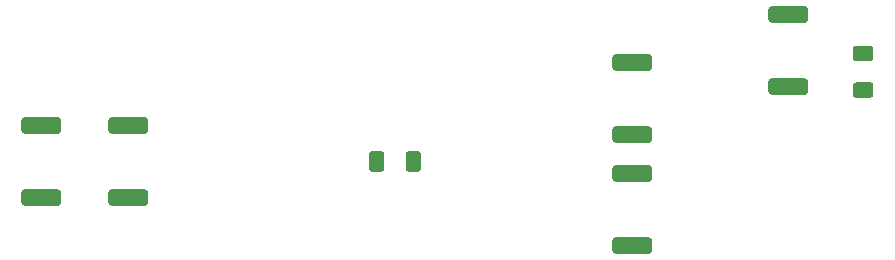
<source format=gbr>
%TF.GenerationSoftware,KiCad,Pcbnew,(5.1.10)-1*%
%TF.CreationDate,2021-11-20T18:22:11+01:00*%
%TF.ProjectId,MRAMP00_PowerSupply,4d52414d-5030-4305-9f50-6f7765725375,rev?*%
%TF.SameCoordinates,Original*%
%TF.FileFunction,Paste,Top*%
%TF.FilePolarity,Positive*%
%FSLAX46Y46*%
G04 Gerber Fmt 4.6, Leading zero omitted, Abs format (unit mm)*
G04 Created by KiCad (PCBNEW (5.1.10)-1) date 2021-11-20 18:22:11*
%MOMM*%
%LPD*%
G01*
G04 APERTURE LIST*
G04 APERTURE END LIST*
%TO.C,R26*%
G36*
G01*
X-551943001Y8368000D02*
X-549092999Y8368000D01*
G75*
G02*
X-548843000Y8118001I0J-249999D01*
G01*
X-548843000Y7217999D01*
G75*
G02*
X-549092999Y6968000I-249999J0D01*
G01*
X-551943001Y6968000D01*
G75*
G02*
X-552193000Y7217999I0J249999D01*
G01*
X-552193000Y8118001D01*
G75*
G02*
X-551943001Y8368000I249999J0D01*
G01*
G37*
G36*
G01*
X-551943001Y14468000D02*
X-549092999Y14468000D01*
G75*
G02*
X-548843000Y14218001I0J-249999D01*
G01*
X-548843000Y13317999D01*
G75*
G02*
X-549092999Y13068000I-249999J0D01*
G01*
X-551943001Y13068000D01*
G75*
G02*
X-552193000Y13317999I0J249999D01*
G01*
X-552193000Y14218001D01*
G75*
G02*
X-551943001Y14468000I249999J0D01*
G01*
G37*
%TD*%
%TO.C,R20*%
G36*
G01*
X-601981001Y12432000D02*
X-599130999Y12432000D01*
G75*
G02*
X-598881000Y12182001I0J-249999D01*
G01*
X-598881000Y11281999D01*
G75*
G02*
X-599130999Y11032000I-249999J0D01*
G01*
X-601981001Y11032000D01*
G75*
G02*
X-602231000Y11281999I0J249999D01*
G01*
X-602231000Y12182001D01*
G75*
G02*
X-601981001Y12432000I249999J0D01*
G01*
G37*
G36*
G01*
X-601981001Y18532000D02*
X-599130999Y18532000D01*
G75*
G02*
X-598881000Y18282001I0J-249999D01*
G01*
X-598881000Y17381999D01*
G75*
G02*
X-599130999Y17132000I-249999J0D01*
G01*
X-601981001Y17132000D01*
G75*
G02*
X-602231000Y17381999I0J249999D01*
G01*
X-602231000Y18282001D01*
G75*
G02*
X-601981001Y18532000I249999J0D01*
G01*
G37*
%TD*%
%TO.C,R17*%
G36*
G01*
X-549092999Y22466000D02*
X-551943001Y22466000D01*
G75*
G02*
X-552193000Y22715999I0J249999D01*
G01*
X-552193000Y23616001D01*
G75*
G02*
X-551943001Y23866000I249999J0D01*
G01*
X-549092999Y23866000D01*
G75*
G02*
X-548843000Y23616001I0J-249999D01*
G01*
X-548843000Y22715999D01*
G75*
G02*
X-549092999Y22466000I-249999J0D01*
G01*
G37*
G36*
G01*
X-549092999Y16366000D02*
X-551943001Y16366000D01*
G75*
G02*
X-552193000Y16615999I0J249999D01*
G01*
X-552193000Y17516001D01*
G75*
G02*
X-551943001Y17766000I249999J0D01*
G01*
X-549092999Y17766000D01*
G75*
G02*
X-548843000Y17516001I0J-249999D01*
G01*
X-548843000Y16615999D01*
G75*
G02*
X-549092999Y16366000I-249999J0D01*
G01*
G37*
%TD*%
%TO.C,R15*%
G36*
G01*
X-591764999Y17132000D02*
X-594615001Y17132000D01*
G75*
G02*
X-594865000Y17381999I0J249999D01*
G01*
X-594865000Y18282001D01*
G75*
G02*
X-594615001Y18532000I249999J0D01*
G01*
X-591764999Y18532000D01*
G75*
G02*
X-591515000Y18282001I0J-249999D01*
G01*
X-591515000Y17381999D01*
G75*
G02*
X-591764999Y17132000I-249999J0D01*
G01*
G37*
G36*
G01*
X-591764999Y11032000D02*
X-594615001Y11032000D01*
G75*
G02*
X-594865000Y11281999I0J249999D01*
G01*
X-594865000Y12182001D01*
G75*
G02*
X-594615001Y12432000I249999J0D01*
G01*
X-591764999Y12432000D01*
G75*
G02*
X-591515000Y12182001I0J-249999D01*
G01*
X-591515000Y11281999D01*
G75*
G02*
X-591764999Y11032000I-249999J0D01*
G01*
G37*
%TD*%
%TO.C,R14*%
G36*
G01*
X-530334999Y23276000D02*
X-531585001Y23276000D01*
G75*
G02*
X-531835000Y23525999I0J249999D01*
G01*
X-531835000Y24326001D01*
G75*
G02*
X-531585001Y24576000I249999J0D01*
G01*
X-530334999Y24576000D01*
G75*
G02*
X-530085000Y24326001I0J-249999D01*
G01*
X-530085000Y23525999D01*
G75*
G02*
X-530334999Y23276000I-249999J0D01*
G01*
G37*
G36*
G01*
X-530334999Y20176000D02*
X-531585001Y20176000D01*
G75*
G02*
X-531835000Y20425999I0J249999D01*
G01*
X-531835000Y21226001D01*
G75*
G02*
X-531585001Y21476000I249999J0D01*
G01*
X-530334999Y21476000D01*
G75*
G02*
X-530085000Y21226001I0J-249999D01*
G01*
X-530085000Y20425999D01*
G75*
G02*
X-530334999Y20176000I-249999J0D01*
G01*
G37*
%TD*%
%TO.C,R13*%
G36*
G01*
X-571484000Y15407001D02*
X-571484000Y14156999D01*
G75*
G02*
X-571733999Y13907000I-249999J0D01*
G01*
X-572534001Y13907000D01*
G75*
G02*
X-572784000Y14156999I0J249999D01*
G01*
X-572784000Y15407001D01*
G75*
G02*
X-572534001Y15657000I249999J0D01*
G01*
X-571733999Y15657000D01*
G75*
G02*
X-571484000Y15407001I0J-249999D01*
G01*
G37*
G36*
G01*
X-568384000Y15407001D02*
X-568384000Y14156999D01*
G75*
G02*
X-568633999Y13907000I-249999J0D01*
G01*
X-569434001Y13907000D01*
G75*
G02*
X-569684000Y14156999I0J249999D01*
G01*
X-569684000Y15407001D01*
G75*
G02*
X-569434001Y15657000I249999J0D01*
G01*
X-568633999Y15657000D01*
G75*
G02*
X-568384000Y15407001I0J-249999D01*
G01*
G37*
%TD*%
%TO.C,R12*%
G36*
G01*
X-538735001Y21830000D02*
X-535884999Y21830000D01*
G75*
G02*
X-535635000Y21580001I0J-249999D01*
G01*
X-535635000Y20679999D01*
G75*
G02*
X-535884999Y20430000I-249999J0D01*
G01*
X-538735001Y20430000D01*
G75*
G02*
X-538985000Y20679999I0J249999D01*
G01*
X-538985000Y21580001D01*
G75*
G02*
X-538735001Y21830000I249999J0D01*
G01*
G37*
G36*
G01*
X-538735001Y27930000D02*
X-535884999Y27930000D01*
G75*
G02*
X-535635000Y27680001I0J-249999D01*
G01*
X-535635000Y26779999D01*
G75*
G02*
X-535884999Y26530000I-249999J0D01*
G01*
X-538735001Y26530000D01*
G75*
G02*
X-538985000Y26779999I0J249999D01*
G01*
X-538985000Y27680001D01*
G75*
G02*
X-538735001Y27930000I249999J0D01*
G01*
G37*
%TD*%
M02*

</source>
